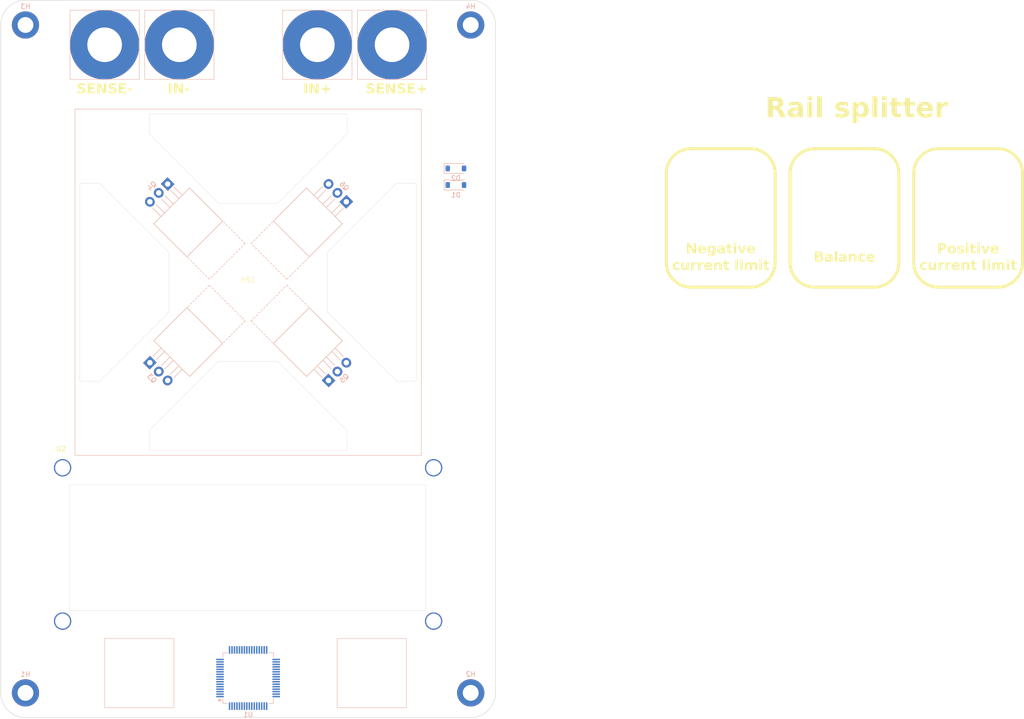
<source format=kicad_pcb>
(kicad_pcb (version 20241229) (generator "pcbnew") (generator_version "9.0")
  (layers (0 "F.Cu" signal) (2 "B.Cu" signal) (13 "F.Paste" user) (15 "B.Paste" user) (5 "F.SilkS" user "F.Silkscreen") (7 "B.SilkS" user "B.Silkscreen") (1 "F.Mask" user) (3 "B.Mask" user) (25 "Edge.Cuts" user))
  (net 0 "")
  (net 1 "Net-(D1-A)")
  (net 2 "Net-(D1-K)")
  (net 3 "Net-(D2-K)")
  (net 9 "Net-(U1-VSS-Pad18)")
  (footprint "PID_lib:WC1602A - below" (layer "F.Cu") (at 68 144.5)
    (property "Reference" "U2" (at -5.82 -3.81 0) (layer "F.SilkS"))
    (property "Value" "~")
    (fp_rect (start -4.1 3.4) (end 67.9 28.9) (stroke (width 0.05)) (fill no) (layer "Edge.Cuts"))
    (pad "" thru_hole circle (at -5.4991 0) (size 3.5 3.5) (drill 3) (layers "*.Cu" "*.Mask"))
    (pad "" thru_hole circle (at -5.4991 31.0007) (size 3.5 3.5) (drill 3) (layers "*.Cu" "*.Mask"))
    (pad "" thru_hole circle (at 69.49948 31.0007) (size 3.5 3.5) (drill 3) (layers "*.Cu" "*.Mask"))
    (pad "" thru_hole circle (at 69.5 0) (size 3.5 3.5) (drill 3) (layers "*.Cu" "*.Mask"))
  )
  (footprint "DC_load:4mm_terminal_red" (layer "F.Cu") (at 114 59 -90)
    (property "Reference" "J3" (at 0 -0.5 270) (layer "F.SilkS") (effects (font (thickness 0.1))))
    (property "Value" "4 mm terminal")
    (fp_rect (start -7 -7) (end 7 7) (stroke (width 0.1)) (fill no) (layer "B.SilkS"))
    (pad "" np_thru_hole circle (at 0 0 270) (size 14 14) (drill 7) (layers "*.Cu" "*.Mask"))
  )
  (footprint "DC_load:4mm_terminal_black" (layer "F.Cu") (at 86.1 59 -90)
    (property "Reference" "J4" (at 0 -0.5 270) (layer "F.SilkS") (effects (font (thickness 0.1))))
    (property "Value" "4 mm terminal")
    (fp_rect (start -7 -7) (end 7 7) (stroke (width 0.1)) (fill no) (layer "B.SilkS"))
    (pad "" np_thru_hole circle (at 0 0 270) (size 14 14) (drill 7) (layers "*.Cu" "*.Mask"))
  )
  (footprint "DC_load:4mm_terminal_red" (layer "F.Cu") (at 129.1 59 -90)
    (property "Reference" "J2" (at 0 -0.5 270) (layer "F.SilkS") (effects (font (thickness 0.1))))
    (property "Value" "4 mm terminal")
    (fp_rect (start -7 -7) (end 7 7) (stroke (width 0.1)) (fill no) (layer "B.SilkS"))
    (pad "" np_thru_hole circle (at 0 0 270) (size 14 14) (drill 7) (layers "*.Cu" "*.Mask"))
  )
  (footprint "DC_load:rotary_encoder_bottom_solder" (layer "F.Cu") (at 78 186)
    (property "Reference" "SW2" (at 0 -0.5 0) (layer "F.SilkS") (effects (font (thickness 0.1))))
    (property "Value" "RotaryEncoder_Switch")
    (fp_rect (start -7 -7) (end 7 7) (stroke (width 0.1)) (fill no) (layer "B.SilkS"))
    (pad "" np_thru_hole circle (at 0 0) (size 7 7) (drill 7) (layers "*.Cu" "*.Mask"))
  )
  (footprint "DC_load:rotary_encoder_bottom_solder" (layer "F.Cu") (at 125 186)
    (property "Reference" "SW1" (at 0 -0.5 0) (layer "F.SilkS") (effects (font (thickness 0.1))))
    (property "Value" "RotaryEncoder_Switch")
    (fp_rect (start -7 -7) (end 7 7) (stroke (width 0.1)) (fill no) (layer "B.SilkS"))
    (pad "" np_thru_hole circle (at 0 0) (size 7 7) (drill 7) (layers "*.Cu" "*.Mask"))
  )
  (footprint "DC_load:AMD_heatsink" (layer "F.Cu") (at 100 107)
    (property "Reference" "HS1" (at 0 -0.5 0) (layer "F.SilkS") (effects (font (thickness 0.1))))
    (property "Value" "Heatsink")
    (fp_rect (start -35 -35) (end 35 35) (stroke (width 0.1)) (fill no) (layer "B.SilkS"))
    (fp_poly (pts (xy -34 20) (xy -34 -20) (xy -30 -20) (xy -16 -6) (xy -16 6) (xy -30 20)) (stroke (width 0.05)) (fill no) (layer "Edge.Cuts"))
    (fp_poly (pts (xy -20 -34) (xy 20 -34) (xy 20 -30) (xy 6 -16) (xy -6 -16) (xy -20 -30)) (stroke (width 0.05)) (fill no) (layer "Edge.Cuts"))
    (fp_poly (pts (xy 20 34) (xy -20 34) (xy -20 30) (xy -6 16) (xy 6 16) (xy 20 30)) (stroke (width 0.05)) (fill no) (layer "Edge.Cuts"))
    (fp_poly (pts (xy 34 -20) (xy 34 20) (xy 30 20) (xy 16 6) (xy 16 -6) (xy 30 -20)) (stroke (width 0.05)) (fill no) (layer "Edge.Cuts"))
    (pad "" np_thru_hole circle (at -30 -30) (size 4 4) (drill 4) (layers "*.Cu" "*.Mask"))
    (pad "" np_thru_hole circle (at -30 30) (size 4 4) (drill 4) (layers "*.Cu" "*.Mask"))
    (pad "" np_thru_hole circle (at 30 -30) (size 4 4) (drill 4) (layers "*.Cu" "*.Mask"))
    (pad "" np_thru_hole circle (at 30 30) (size 4 4) (drill 4) (layers "*.Cu" "*.Mask"))
  )
  (footprint "DC_load:4mm_terminal_black" (layer "F.Cu") (at 71 59 -90)
    (property "Reference" "J5" (at 0 -0.5 270) (layer "F.SilkS") (effects (font (thickness 0.1))))
    (property "Value" "4 mm terminal")
    (fp_rect (start -7 -7) (end 7 7) (stroke (width 0.1)) (fill no) (layer "B.SilkS"))
    (pad "" np_thru_hole circle (at 0 0 270) (size 14 14) (drill 7) (layers "*.Cu" "*.Mask"))
  )
  (footprint "Diode_SMD:D_SOD-123" (layer "B.Cu") (at 142 87.35)
    (property "Reference" "D1" (at 0 2 180) (layer "B.SilkS") (effects (justify mirror)))
    (property "Value" "1N4148W")
    (fp_line (start -2.36 -1) (end 1.65 -1) (stroke (width 0.12)) (layer "B.SilkS"))
    (fp_line (start -2.36 1) (end -2.36 -1) (stroke (width 0.12)) (layer "B.SilkS"))
    (fp_line (start -2.36 1) (end 1.65 1) (stroke (width 0.12)) (layer "B.SilkS"))
    (pad "1" smd roundrect (at -1.65 0) (size 0.9 1.2) (layers "B.Cu" "B.Mask" "B.Paste") (net 2 "Net-(D1-K)"))
    (pad "2" smd roundrect (at 1.65 0) (size 0.9 1.2) (layers "B.Cu" "B.Mask" "B.Paste") (net 1 "Net-(D1-A)"))
  )
  (footprint "Diode_SMD:D_SOD-123" (layer "B.Cu") (at 142 84)
    (property "Reference" "D2" (at 0 2 180) (layer "B.SilkS") (effects (justify mirror)))
    (property "Value" "1N4148W")
    (fp_line (start -2.36 -1) (end 1.65 -1) (stroke (width 0.12)) (layer "B.SilkS"))
    (fp_line (start -2.36 1) (end -2.36 -1) (stroke (width 0.12)) (layer "B.SilkS"))
    (fp_line (start -2.36 1) (end 1.65 1) (stroke (width 0.12)) (layer "B.SilkS"))
    (pad "1" smd roundrect (at -1.65 0) (size 0.9 1.2) (layers "B.Cu" "B.Mask" "B.Paste") (net 3 "Net-(D2-K)"))
    (pad "2" smd roundrect (at 1.65 0) (size 0.9 1.2) (layers "B.Cu" "B.Mask" "B.Paste") (net 2 "Net-(D1-K)"))
  )
  (footprint "Package_TO_SOT_THT:TO-220-3_Horizontal_TabUp" (layer "B.Cu") (at 83.739126 87.147024 -135)
    (property "Reference" "Q4" (at 2.54 1.95 45) (layer "B.SilkS") (effects (justify mirror)))
    (property "Value" "IRF3205")
    (fp_line (start 7.65 -3.7) (end 7.65 -13.17) (stroke (width 0.12)) (layer "B.SilkS"))
    (fp_line (start 5.565 -3.7) (end 5.565 -1.26) (stroke (width 0.12)) (layer "B.SilkS"))
    (fp_line (start 4.595 -3.7) (end 4.595 -1.26) (stroke (width 0.12)) (layer "B.SilkS"))
    (fp_line (start 3.025 -3.7) (end 3.025 -1.260001) (stroke (width 0.12)) (layer "B.SilkS"))
    (fp_line (start 2.055 -3.700001) (end 2.055 -1.26) (stroke (width 0.12)) (layer "B.SilkS"))
    (fp_line (start 0.485 -3.7) (end 0.485 -1.26) (stroke (width 0.12)) (layer "B.SilkS"))
    (fp_line (start -0.485 -3.7) (end -0.485 -1.26) (stroke (width 0.12)) (layer "B.SilkS"))
    (fp_line (start 7.65 -13.41) (end 7.649999 -13.77) (stroke (width 0.12)) (layer "B.SilkS"))
    (fp_line (start -2.57 -3.700001) (end 7.65 -3.7) (stroke (width 0.12)) (layer "B.SilkS"))
    (fp_line (start -2.57 -3.700001) (end -2.57 -13.17) (stroke (width 0.12)) (layer "B.SilkS"))
    (fp_line (start 7.65 -14.13) (end 7.65 -14.49) (stroke (width 0.12)) (layer "B.SilkS"))
    (fp_line (start 7.65 -14.85) (end 7.65 -15.21) (stroke (width 0.12)) (layer "B.SilkS"))
    (fp_line (start 7.649999 -15.57) (end 7.65 -15.93) (stroke (width 0.12)) (layer "B.SilkS"))
    (fp_line (start 7.649999 -16.29) (end 7.65 -16.65) (stroke (width 0.12)) (layer "B.SilkS"))
    (fp_line (start 7.65 -17.01) (end 7.65 -17.37) (stroke (width 0.12)) (layer "B.SilkS"))
    (fp_line (start 7.65 -17.73) (end 7.65 -18.09) (stroke (width 0.12)) (layer "B.SilkS"))
    (fp_line (start 7.65 -18.45) (end 7.649999 -18.81) (stroke (width 0.12)) (layer "B.SilkS"))
    (fp_line (start 7.65 -19.17) (end 7.649999 -19.53) (stroke (width 0.12)) (layer "B.SilkS"))
    (fp_line (start 7.51 -19.57) (end 7.65 -19.57) (stroke (width 0.12)) (layer "B.SilkS"))
    (fp_line (start 6.79 -19.57) (end 7.15 -19.57) (stroke (width 0.12)) (layer "B.SilkS"))
    (fp_line (start 6.07 -19.57) (end 6.43 -19.57) (stroke (width 0.12)) (layer "B.SilkS"))
    (fp_line (start 5.35 -19.57) (end 5.71 -19.57) (stroke (width 0.12)) (layer "B.SilkS"))
    (fp_line (start 4.63 -19.57) (end 4.99 -19.57) (stroke (width 0.12)) (layer "B.SilkS"))
    (fp_line (start 3.91 -19.57) (end 4.27 -19.57) (stroke (width 0.12)) (layer "B.SilkS"))
    (fp_line (start -2.57 -13.17) (end 7.65 -13.17) (stroke (width 0.12)) (layer "B.SilkS"))
    (fp_line (start -2.569999 -13.41) (end -2.57 -13.77) (stroke (width 0.12)) (layer "B.SilkS"))
    (fp_line (start 3.19 -19.57) (end 3.55 -19.57) (stroke (width 0.12)) (layer "B.SilkS"))
    (fp_line (start -2.57 -14.13) (end -2.57 -14.49) (stroke (width 0.12)) (layer "B.SilkS"))
    (fp_line (start 2.47 -19.57) (end 2.83 -19.57) (stroke (width 0.12)) (layer "B.SilkS"))
    (fp_line (start -2.57 -14.85) (end -2.57 -15.210001) (stroke (width 0.12)) (layer "B.SilkS"))
    (fp_line (start 1.75 -19.57) (end 2.11 -19.57) (stroke (width 0.12)) (layer "B.SilkS"))
    (fp_line (start -2.57 -15.57) (end -2.569999 -15.93) (stroke (width 0.12)) (layer "B.SilkS"))
    (fp_line (start 1.03 -19.57) (end 1.39 -19.57) (stroke (width 0.12)) (layer "B.SilkS"))
    (fp_line (start -2.57 -16.29) (end -2.57 -16.649999) (stroke (width 0.12)) (layer "B.SilkS"))
    (fp_line (start 0.31 -19.57) (end 0.67 -19.57) (stroke (width 0.12)) (layer "B.SilkS"))
    (fp_line (start -2.57 -17.01) (end -2.57 -17.37) (stroke (width 0.12)) (layer "B.SilkS"))
    (fp_line (start -0.41 -19.57) (end -0.05 -19.57) (stroke (width 0.12)) (layer "B.SilkS"))
    (fp_line (start -2.57 -17.73) (end -2.57 -18.09) (stroke (width 0.12)) (layer "B.SilkS"))
    (fp_line (start -1.13 -19.57) (end -0.77 -19.57) (stroke (width 0.12)) (layer "B.SilkS"))
    (fp_line (start -2.57 -18.450001) (end -2.57 -18.81) (stroke (width 0.12)) (layer "B.SilkS"))
    (fp_line (start -1.85 -19.57) (end -1.49 -19.57) (stroke (width 0.12)) (layer "B.SilkS"))
    (fp_line (start -2.569999 -19.17) (end -2.57 -19.53) (stroke (width 0.12)) (layer "B.SilkS"))
    (fp_line (start -2.57 -19.57) (end -2.21 -19.57) (stroke (width 0.12)) (layer "B.SilkS"))
    (pad "" np_thru_hole circle (at 2.54 -16.66 225) (size 3.5 3.5) (drill 3.5) (layers "*.Cu" "*.Mask"))
    (pad "1" thru_hole rect (at 0 0 225) (size 1.905 2) (drill 1.1) (layers "*.Cu" "*.Mask"))
    (pad "2" thru_hole oval (at 2.54 0 225) (size 1.905 2) (drill 1.1) (layers "*.Cu" "*.Mask"))
    (pad "3" thru_hole oval (at 5.079999 0 225) (size 1.905 2) (drill 1.1) (layers "*.Cu" "*.Mask"))
  )
  (footprint "Package_TO_SOT_THT:TO-220-3_Horizontal_TabUp" (layer "B.Cu") (at 119.852977 90.739126 135)
    (property "Reference" "Q6" (at 2.54 1.95 135) (layer "B.SilkS") (effects (justify mirror)))
    (property "Value" "IRF3205")
    (fp_line (start 7.51 -19.57) (end 7.65 -19.57) (stroke (width 0.12)) (layer "B.SilkS"))
    (fp_line (start 7.65 -19.17) (end 7.649999 -19.53) (stroke (width 0.12)) (layer "B.SilkS"))
    (fp_line (start 6.79 -19.57) (end 7.15 -19.57) (stroke (width 0.12)) (layer "B.SilkS"))
    (fp_line (start 7.65 -18.45) (end 7.649999 -18.81) (stroke (width 0.12)) (layer "B.SilkS"))
    (fp_line (start 6.07 -19.57) (end 6.43 -19.57) (stroke (width 0.12)) (layer "B.SilkS"))
    (fp_line (start 7.65 -17.73) (end 7.65 -18.09) (stroke (width 0.12)) (layer "B.SilkS"))
    (fp_line (start 5.35 -19.57) (end 5.71 -19.57) (stroke (width 0.12)) (layer "B.SilkS"))
    (fp_line (start 7.65 -17.01) (end 7.65 -17.37) (stroke (width 0.12)) (layer "B.SilkS"))
    (fp_line (start 4.63 -19.57) (end 4.99 -19.57) (stroke (width 0.12)) (layer "B.SilkS"))
    (fp_line (start 7.649999 -16.29) (end 7.65 -16.65) (stroke (width 0.12)) (layer "B.SilkS"))
    (fp_line (start 3.91 -19.57) (end 4.27 -19.57) (stroke (width 0.12)) (layer "B.SilkS"))
    (fp_line (start 7.649999 -15.57) (end 7.65 -15.93) (stroke (width 0.12)) (layer "B.SilkS"))
    (fp_line (start 3.19 -19.57) (end 3.55 -19.57) (stroke (width 0.12)) (layer "B.SilkS"))
    (fp_line (start 7.65 -14.85) (end 7.65 -15.21) (stroke (width 0.12)) (layer "B.SilkS"))
    (fp_line (start 2.47 -19.57) (end 2.83 -19.57) (stroke (width 0.12)) (layer "B.SilkS"))
    (fp_line (start 7.65 -14.13) (end 7.65 -14.49) (stroke (width 0.12)) (layer "B.SilkS"))
    (fp_line (start 1.75 -19.57) (end 2.11 -19.57) (stroke (width 0.12)) (layer "B.SilkS"))
    (fp_line (start 7.65 -13.41) (end 7.649999 -13.77) (stroke (width 0.12)) (layer "B.SilkS"))
    (fp_line (start 1.03 -19.57) (end 1.39 -19.57) (stroke (width 0.12)) (layer "B.SilkS"))
    (fp_line (start 0.31 -19.57) (end 0.67 -19.57) (stroke (width 0.12)) (layer "B.SilkS"))
    (fp_line (start -0.41 -19.57) (end -0.05 -19.57) (stroke (width 0.12)) (layer "B.SilkS"))
    (fp_line (start -1.13 -19.57) (end -0.77 -19.57) (stroke (width 0.12)) (layer "B.SilkS"))
    (fp_line (start -1.85 -19.57) (end -1.49 -19.57) (stroke (width 0.12)) (layer "B.SilkS"))
    (fp_line (start -2.57 -19.57) (end -2.21 -19.57) (stroke (width 0.12)) (layer "B.SilkS"))
    (fp_line (start -2.569999 -19.17) (end -2.57 -19.53) (stroke (width 0.12)) (layer "B.SilkS"))
    (fp_line (start -2.57 -18.450001) (end -2.57 -18.81) (stroke (width 0.12)) (layer "B.SilkS"))
    (fp_line (start -2.57 -17.73) (end -2.57 -18.09) (stroke (width 0.12)) (layer "B.SilkS"))
    (fp_line (start -2.57 -17.01) (end -2.57 -17.37) (stroke (width 0.12)) (layer "B.SilkS"))
    (fp_line (start -2.57 -16.29) (end -2.57 -16.649999) (stroke (width 0.12)) (layer "B.SilkS"))
    (fp_line (start -2.57 -15.57) (end -2.569999 -15.93) (stroke (width 0.12)) (layer "B.SilkS"))
    (fp_line (start -2.57 -14.85) (end -2.57 -15.210001) (stroke (width 0.12)) (layer "B.SilkS"))
    (fp_line (start -2.57 -14.13) (end -2.57 -14.49) (stroke (width 0.12)) (layer "B.SilkS"))
    (fp_line (start 7.65 -3.7) (end 7.65 -13.17) (stroke (width 0.12)) (layer "B.SilkS"))
    (fp_line (start -2.569999 -13.41) (end -2.57 -13.77) (stroke (width 0.12)) (layer "B.SilkS"))
    (fp_line (start -2.57 -13.17) (end 7.65 -13.17) (stroke (width 0.12)) (layer "B.SilkS"))
    (fp_line (start 5.565 -3.7) (end 5.565 -1.26) (stroke (width 0.12)) (layer "B.SilkS"))
    (fp_line (start 4.595 -3.7) (end 4.595 -1.26) (stroke (width 0.12)) (layer "B.SilkS"))
    (fp_line (start 3.025 -3.7) (end 3.025 -1.260001) (stroke (width 0.12)) (layer "B.SilkS"))
    (fp_line (start 2.055 -3.700001) (end 2.055 -1.26) (stroke (width 0.12)) (layer "B.SilkS"))
    (fp_line (start 0.485 -3.7) (end 0.485 -1.26) (stroke (width 0.12)) (layer "B.SilkS"))
    (fp_line (start -0.485 -3.7) (end -0.485 -1.26) (stroke (width 0.12)) (layer "B.SilkS"))
    (fp_line (start -2.57 -3.700001) (end 7.65 -3.7) (stroke (width 0.12)) (layer "B.SilkS"))
    (fp_line (start -2.57 -3.700001) (end -2.57 -13.17) (stroke (width 0.12)) (layer "B.SilkS"))
    (pad "" np_thru_hole circle (at 2.54 -16.66 135) (size 3.5 3.5) (drill 3.5) (layers "*.Cu" "*.Mask"))
    (pad "1" thru_hole rect (at 0 0 135) (size 1.905 2) (drill 1.1) (layers "*.Cu" "*.Mask"))
    (pad "2" thru_hole oval (at 2.54 0 135) (size 1.905 2) (drill 1.1) (layers "*.Cu" "*.Mask"))
    (pad "3" thru_hole oval (at 5.079999 0 135) (size 1.905 2) (drill 1.1) (layers "*.Cu" "*.Mask"))
  )
  (footprint "DC_load:M3_hole_with_spacer" (layer "B.Cu") (at 145 55 180)
    (property "Reference" "H4" (at 0 3.75 0) (layer "B.SilkS") (effects (justify mirror)))
    (property "Value" "MountingHole")
    (pad "1" thru_hole circle (at 0 0 180) (size 3.6 3.6) (drill 3.2) (layers "*.Cu" "*.Mask"))
    (pad "1" connect circle (at 0 0 180) (size 5.5 5.5) (layers "F.Cu" "F.Mask"))
    (pad "1" connect circle (at 0 0 180) (size 5.5 5.5) (layers "B.Cu" "B.Mask"))
  )
  (footprint "DC_load:M3_hole_with_spacer" (layer "B.Cu") (at 145 190 180)
    (property "Reference" "H2" (at 0 3.75 0) (layer "B.SilkS") (effects (justify mirror)))
    (property "Value" "MountingHole")
    (pad "1" thru_hole circle (at 0 0 180) (size 3.6 3.6) (drill 3.2) (layers "*.Cu" "*.Mask"))
    (pad "1" connect circle (at 0 0 180) (size 5.5 5.5) (layers "F.Cu" "F.Mask"))
    (pad "1" connect circle (at 0 0 180) (size 5.5 5.5) (layers "B.Cu" "B.Mask"))
  )
  (footprint "Package_TO_SOT_THT:TO-220-3_Horizontal_TabUp" (layer "B.Cu") (at 116.260875 126.852977 45)
    (property "Reference" "Q5" (at 2.54 1.95 45) (layer "B.SilkS") (effects (justify mirror)))
    (property "Value" "IRF3205")
    (fp_line (start -2.57 -19.57) (end -2.21 -19.57) (stroke (width 0.12)) (layer "B.SilkS"))
    (fp_line (start -2.569999 -19.17) (end -2.57 -19.53) (stroke (width 0.12)) (layer "B.SilkS"))
    (fp_line (start -1.85 -19.57) (end -1.49 -19.57) (stroke (width 0.12)) (layer "B.SilkS"))
    (fp_line (start -2.57 -18.450001) (end -2.57 -18.81) (stroke (width 0.12)) (layer "B.SilkS"))
    (fp_line (start -1.13 -19.57) (end -0.77 -19.57) (stroke (width 0.12)) (layer "B.SilkS"))
    (fp_line (start -2.57 -17.73) (end -2.57 -18.09) (stroke (width 0.12)) (layer "B.SilkS"))
    (fp_line (start -0.41 -19.57) (end -0.05 -19.57) (stroke (width 0.12)) (layer "B.SilkS"))
    (fp_line (start -2.57 -17.01) (end -2.57 -17.37) (stroke (width 0.12)) (layer "B.SilkS"))
    (fp_line (start 0.31 -19.57) (end 0.67 -19.57) (stroke (width 0.12)) (layer "B.SilkS"))
    (fp_line (start -2.57 -16.29) (end -2.57 -16.649999) (stroke (width 0.12)) (layer "B.SilkS"))
    (fp_line (start 1.03 -19.57) (end 1.39 -19.57) (stroke (width 0.12)) (layer "B.SilkS"))
    (fp_line (start -2.57 -15.57) (end -2.569999 -15.93) (stroke (width 0.12)) (layer "B.SilkS"))
    (fp_line (start 1.75 -19.57) (end 2.11 -19.57) (stroke (width 0.12)) (layer "B.SilkS"))
    (fp_line (start -2.57 -14.85) (end -2.57 -15.210001) (stroke (width 0.12)) (layer "B.SilkS"))
    (fp_line (start 2.47 -19.57) (end 2.83 -19.57) (stroke (width 0.12)) (layer "B.SilkS"))
    (fp_line (start -2.57 -14.13) (end -2.57 -14.49) (stroke (width 0.12)) (layer "B.SilkS"))
    (fp_line (start 3.19 -19.57) (end 3.55 -19.57) (stroke (width 0.12)) (layer "B.SilkS"))
    (fp_line (start -2.569999 -13.41) (end -2.57 -13.77) (stroke (width 0.12)) (layer "B.SilkS"))
    (fp_line (start -2.57 -13.17) (end 7.65 -13.17) (stroke (width 0.12)) (layer "B.SilkS"))
    (fp_line (start 3.91 -19.57) (end 4.27 -19.57) (stroke (width 0.12)) (layer "B.SilkS"))
    (fp_line (start 4.63 -19.57) (end 4.99 -19.57) (stroke (width 0.12)) (layer "B.SilkS"))
    (fp_line (start 5.35 -19.57) (end 5.71 -19.57) (stroke (width 0.12)) (layer "B.SilkS"))
    (fp_line (start 6.07 -19.57) (end 6.43 -19.57) (stroke (width 0.12)) (layer "B.SilkS"))
    (fp_line (start 6.79 -19.57) (end 7.15 -19.57) (stroke (width 0.12)) (layer "B.SilkS"))
    (fp_line (start 7.51 -19.57) (end 7.65 -19.57) (stroke (width 0.12)) (layer "B.SilkS"))
    (fp_line (start 7.65 -19.17) (end 7.649999 -19.53) (stroke (width 0.12)) (layer "B.SilkS"))
    (fp_line (start 7.65 -18.45) (end 7.649999 -18.81) (stroke (width 0.12)) (layer "B.SilkS"))
    (fp_line (start 7.65 -17.73) (end 7.65 -18.09) (stroke (width 0.12)) (layer "B.SilkS"))
    (fp_line (start 7.65 -17.01) (end 7.65 -17.37) (stroke (width 0.12)) (layer "B.SilkS"))
    (fp_line (start 7.649999 -16.29) (end 7.65 -16.65) (stroke (width 0.12)) (layer "B.SilkS"))
    (fp_line (start 7.649999 -15.57) (end 7.65 -15.93) (stroke (width 0.12)) (layer "B.SilkS"))
    (fp_line (start 7.65 -14.85) (end 7.65 -15.21) (stroke (width 0.12)) (layer "B.SilkS"))
    (fp_line (start 7.65 -14.13) (end 7.65 -14.49) (stroke (width 0.12)) (layer "B.SilkS"))
    (fp_line (start -2.57 -3.700001) (end -2.57 -13.17) (stroke (width 0.12)) (layer "B.SilkS"))
    (fp_line (start -2.57 -3.700001) (end 7.65 -3.7) (stroke (width 0.12)) (layer "B.SilkS"))
    (fp_line (start 7.65 -13.41) (end 7.649999 -13.77) (stroke (width 0.12)) (layer "B.SilkS"))
    (fp_line (start -0.485 -3.7) (end -0.485 -1.26) (stroke (width 0.12)) (layer "B.SilkS"))
    (fp_line (start 0.485 -3.7) (end 0.485 -1.26) (stroke (width 0.12)) (layer "B.SilkS"))
    (fp_line (start 2.055 -3.700001) (end 2.055 -1.26) (stroke (width 0.12)) (layer "B.SilkS"))
    (fp_line (start 3.025 -3.7) (end 3.025 -1.260001) (stroke (width 0.12)) (layer "B.SilkS"))
    (fp_line (start 4.595 -3.7) (end 4.595 -1.26) (stroke (width 0.12)) (layer "B.SilkS"))
    (fp_line (start 5.565 -3.7) (end 5.565 -1.26) (stroke (width 0.12)) (layer "B.SilkS"))
    (fp_line (start 7.65 -3.7) (end 7.65 -13.17) (stroke (width 0.12)) (layer "B.SilkS"))
    (pad "" np_thru_hole circle (at 2.54 -16.66 45) (size 3.5 3.5) (drill 3.5) (layers "*.Cu" "*.Mask"))
    (pad "1" thru_hole rect (at 0 0 45) (size 1.905 2) (drill 1.1) (layers "*.Cu" "*.Mask"))
    (pad "2" thru_hole oval (at 2.54 0 45) (size 1.905 2) (drill 1.1) (layers "*.Cu" "*.Mask"))
    (pad "3" thru_hole oval (at 5.079999 0 45) (size 1.905 2) (drill 1.1) (layers "*.Cu" "*.Mask"))
  )
  (footprint "DC_load:M3_hole_with_spacer" (layer "B.Cu") (at 55 190 180)
    (property "Reference" "H1" (at 0 3.75 0) (layer "B.SilkS") (effects (justify mirror)))
    (property "Value" "MountingHole")
    (pad "1" thru_hole circle (at 0 0 180) (size 3.6 3.6) (drill 3.2) (layers "*.Cu" "*.Mask"))
    (pad "1" connect circle (at 0 0 180) (size 5.5 5.5) (layers "F.Cu" "F.Mask"))
    (pad "1" connect circle (at 0 0 180) (size 5.5 5.5) (layers "B.Cu" "B.Mask"))
  )
  (footprint "DC_load:M3_hole_with_spacer" (layer "B.Cu") (at 55 55 180)
    (property "Reference" "H3" (at 0 3.75 0) (layer "B.SilkS") (effects (justify mirror)))
    (property "Value" "MountingHole")
    (pad "1" thru_hole circle (at 0 0 180) (size 3.6 3.6) (drill 3.2) (layers "*.Cu" "*.Mask"))
    (pad "1" connect circle (at 0 0 180) (size 5.5 5.5) (layers "F.Cu" "F.Mask"))
    (pad "1" connect circle (at 0 0 180) (size 5.5 5.5) (layers "B.Cu" "B.Mask"))
  )
  (footprint "Package_TO_SOT_THT:TO-220-3_Horizontal_TabUp" (layer "B.Cu") (at 80.147023 123.260874 -45)
    (property "Reference" "Q3" (at 2.54 1.95 135) (layer "B.SilkS") (effects (justify mirror)))
    (property "Value" "IRF3205")
    (fp_line (start -2.57 -3.700001) (end -2.57 -13.17) (stroke (width 0.12)) (layer "B.SilkS"))
    (fp_line (start -2.57 -3.700001) (end 7.65 -3.7) (stroke (width 0.12)) (layer "B.SilkS"))
    (fp_line (start -0.485 -3.7) (end -0.485 -1.26) (stroke (width 0.12)) (layer "B.SilkS"))
    (fp_line (start 0.485 -3.7) (end 0.485 -1.26) (stroke (width 0.12)) (layer "B.SilkS"))
    (fp_line (start 2.055 -3.700001) (end 2.055 -1.26) (stroke (width 0.12)) (layer "B.SilkS"))
    (fp_line (start 3.025 -3.7) (end 3.025 -1.260001) (stroke (width 0.12)) (layer "B.SilkS"))
    (fp_line (start 4.595 -3.7) (end 4.595 -1.26) (stroke (width 0.12)) (layer "B.SilkS"))
    (fp_line (start 5.565 -3.7) (end 5.565 -1.26) (stroke (width 0.12)) (layer "B.SilkS"))
    (fp_line (start -2.57 -13.17) (end 7.65 -13.17) (stroke (width 0.12)) (layer "B.SilkS"))
    (fp_line (start -2.569999 -13.41) (end -2.57 -13.77) (stroke (width 0.12)) (layer "B.SilkS"))
    (fp_line (start 7.65 -3.7) (end 7.65 -13.17) (stroke (width 0.12)) (layer "B.SilkS"))
    (fp_line (start -2.57 -14.13) (end -2.57 -14.49) (stroke (width 0.12)) (layer "B.SilkS"))
    (fp_line (start -2.57 -14.85) (end -2.57 -15.210001) (stroke (width 0.12)) (layer "B.SilkS"))
    (fp_line (start -2.57 -15.57) (end -2.569999 -15.93) (stroke (width 0.12)) (layer "B.SilkS"))
    (fp_line (start -2.57 -16.29) (end -2.57 -16.649999) (stroke (width 0.12)) (layer "B.SilkS"))
    (fp_line (start -2.57 -17.01) (end -2.57 -17.37) (stroke (width 0.12)) (layer "B.SilkS"))
    (fp_line (start -2.57 -17.73) (end -2.57 -18.09) (stroke (width 0.12)) (layer "B.SilkS"))
    (fp_line (start -2.57 -18.450001) (end -2.57 -18.81) (stroke (width 0.12)) (layer "B.SilkS"))
    (fp_line (start -2.569999 -19.17) (end -2.57 -19.53) (stroke (width 0.12)) (layer "B.SilkS"))
    (fp_line (start -2.57 -19.57) (end -2.21 -19.57) (stroke (width 0.12)) (layer "B.SilkS"))
    (fp_line (start -1.85 -19.57) (end -1.49 -19.57) (stroke (width 0.12)) (layer "B.SilkS"))
    (fp_line (start -1.13 -19.57) (end -0.77 -19.57) (stroke (width 0.12)) (layer "B.SilkS"))
    (fp_line (start -0.41 -19.57) (end -0.05 -19.57) (stroke (width 0.12)) (layer "B.SilkS"))
    (fp_line (start 0.31 -19.57) (end 0.67 -19.57) (stroke (width 0.12)) (layer "B.SilkS"))
    (fp_line (start 1.03 -19.57) (end 1.39 -19.57) (stroke (width 0.12)) (layer "B.SilkS"))
    (fp_line (start 7.65 -13.41) (end 7.649999 -13.77) (stroke (width 0.12)) (layer "B.SilkS"))
    (fp_line (start 1.75 -19.57) (end 2.11 -19.57) (stroke (width 0.12)) (layer "B.SilkS"))
    (fp_line (start 7.65 -14.13) (end 7.65 -14.49) (stroke (width 0.12)) (layer "B.SilkS"))
    (fp_line (start 2.47 -19.57) (end 2.83 -19.57) (stroke (width 0.12)) (layer "B.SilkS"))
    (fp_line (start 7.65 -14.85) (end 7.65 -15.21) (stroke (width 0.12)) (layer "B.SilkS"))
    (fp_line (start 3.19 -19.57) (end 3.55 -19.57) (stroke (width 0.12)) (layer "B.SilkS"))
    (fp_line (start 7.649999 -15.57) (end 7.65 -15.93) (stroke (width 0.12)) (layer "B.SilkS"))
    (fp_line (start 3.91 -19.57) (end 4.27 -19.57) (stroke (width 0.12)) (layer "B.SilkS"))
    (fp_line (start 7.649999 -16.29) (end 7.65 -16.65) (stroke (width 0.12)) (layer "B.SilkS"))
    (fp_line (start 4.63 -19.57) (end 4.99 -19.57) (stroke (width 0.12)) (layer "B.SilkS"))
    (fp_line (start 7.65 -17.01) (end 7.65 -17.37) (stroke (width 0.12)) (layer "B.SilkS"))
    (fp_line (start 5.35 -19.57) (end 5.71 -19.57) (stroke (width 0.12)) (layer "B.SilkS"))
    (fp_line (start 7.65 -17.73) (end 7.65 -18.09) (stroke (width 0.12)) (layer "B.SilkS"))
    (fp_line (start 6.07 -19.57) (end 6.43 -19.57) (stroke (width 0.12)) (layer "B.SilkS"))
    (fp_line (start 7.65 -18.45) (end 7.649999 -18.81) (stroke (width 0.12)) (layer "B.SilkS"))
    (fp_line (start 6.79 -19.57) (end 7.15 -19.57) (stroke (width 0.12)) (layer "B.SilkS"))
    (fp_line (start 7.65 -19.17) (end 7.649999 -19.53) (stroke (width 0.12)) (layer "B.SilkS"))
    (fp_line (start 7.51 -19.57) (end 7.65 -19.57) (stroke (width 0.12)) (layer "B.SilkS"))
    (pad "" np_thru_hole circle (at 2.54 -16.66 315) (size 3.5 3.5) (drill 3.5) (layers "*.Cu" "*.Mask"))
    (pad "1" thru_hole rect (at 0 0 315) (size 1.905 2) (drill 1.1) (layers "*.Cu" "*.Mask"))
    (pad "2" thru_hole oval (at 2.54 0 315) (size 1.905 2) (drill 1.1) (layers "*.Cu" "*.Mask"))
    (pad "3" thru_hole oval (at 5.079999 0 315) (size 1.905 2) (drill 1.1) (layers "*.Cu" "*.Mask"))
  )
  (footprint "Package_QFP:LQFP-64_10x10mm_P0.5mm" (layer "B.Cu") (at 100 187)
    (property "Reference" "U1" (at 0 7.4 180) (layer "B.SilkS") (effects (justify mirror)))
    (property "Value" "STM32F401RCTx")
    (fp_line (start -5.11 -5.11) (end -5.11 -4.16) (stroke (width 0.12)) (layer "B.SilkS"))
    (fp_line (start -5.11 5.11) (end -5.11 4.16) (stroke (width 0.12)) (layer "B.SilkS"))
    (fp_line (start -4.16 -5.11) (end -5.11 -5.11) (stroke (width 0.12)) (layer "B.SilkS"))
    (fp_line (start -4.16 5.11) (end -5.11 5.11) (stroke (width 0.12)) (layer "B.SilkS"))
    (fp_line (start 4.16 -5.11) (end 5.11 -5.11) (stroke (width 0.12)) (layer "B.SilkS"))
    (fp_line (start 4.16 5.11) (end 5.11 5.11) (stroke (width 0.12)) (layer "B.SilkS"))
    (fp_line (start 5.11 -5.11) (end 5.11 -4.16) (stroke (width 0.12)) (layer "B.SilkS"))
    (fp_line (start 5.11 5.11) (end 5.11 4.16) (stroke (width 0.12)) (layer "B.SilkS"))
    (fp_poly (pts (xy -5.725 4.16) (xy -6.065 4.63) (xy -5.385 4.63)) (stroke (width 0.12)) (fill yes) (layer "B.SilkS"))
    (pad "1" smd roundrect (at -5.675 3.75) (size 1.55 0.3) (layers "B.Cu" "B.Mask" "B.Paste"))
    (pad "2" smd roundrect (at -5.675 3.25) (size 1.55 0.3) (layers "B.Cu" "B.Mask" "B.Paste"))
    (pad "3" smd roundrect (at -5.675 2.75) (size 1.55 0.3) (layers "B.Cu" "B.Mask" "B.Paste"))
    (pad "4" smd roundrect (at -5.675 2.25) (size 1.55 0.3) (layers "B.Cu" "B.Mask" "B.Paste"))
    (pad "5" smd roundrect (at -5.675 1.75) (size 1.55 0.3) (layers "B.Cu" "B.Mask" "B.Paste"))
    (pad "6" smd roundrect (at -5.675 1.25) (size 1.55 0.3) (layers "B.Cu" "B.Mask" "B.Paste"))
    (pad "7" smd roundrect (at -5.675 0.75) (size 1.55 0.3) (layers "B.Cu" "B.Mask" "B.Paste"))
    (pad "8" smd roundrect (at -5.675 0.25) (size 1.55 0.3) (layers "B.Cu" "B.Mask" "B.Paste"))
    (pad "9" smd roundrect (at -5.675 -0.25) (size 1.55 0.3) (layers "B.Cu" "B.Mask" "B.Paste"))
    (pad "10" smd roundrect (at -5.675 -0.75) (size 1.55 0.3) (layers "B.Cu" "B.Mask" "B.Paste"))
    (pad "11" smd roundrect (at -5.675 -1.25) (size 1.55 0.3) (layers "B.Cu" "B.Mask" "B.Paste"))
    (pad "12" smd roundrect (at -5.675 -1.75) (size 1.55 0.3) (layers "B.Cu" "B.Mask" "B.Paste"))
    (pad "13" smd roundrect (at -5.675 -2.25) (size 1.55 0.3) (layers "B.Cu" "B.Mask" "B.Paste"))
    (pad "14" smd roundrect (at -5.675 -2.75) (size 1.55 0.3) (layers "B.Cu" "B.Mask" "B.Paste"))
    (pad "15" smd roundrect (at -5.675 -3.25) (size 1.55 0.3) (layers "B.Cu" "B.Mask" "B.Paste"))
    (pad "16" smd roundrect (at -5.675 -3.75) (size 1.55 0.3) (layers "B.Cu" "B.Mask" "B.Paste"))
    (pad "17" smd roundrect (at -3.75 -5.675) (size 0.3 1.55) (layers "B.Cu" "B.Mask" "B.Paste"))
    (pad "18" smd roundrect (at -3.25 -5.675) (size 0.3 1.55) (layers "B.Cu" "B.Mask" "B.Paste") (net 9 "Net-(U1-VSS-Pad18)"))
    (pad "19" smd roundrect (at -2.75 -5.675) (size 0.3 1.55) (layers "B.Cu" "B.Mask" "B.Paste"))
    (pad "20" smd roundrect (at -2.25 -5.675) (size 0.3 1.55) (layers "B.Cu" "B.Mask" "B.Paste"))
    (pad "21" smd roundrect (at -1.75 -5.675) (size 0.3 1.55) (layers "B.Cu" "B.Mask" "B.Paste"))
    (pad "22" smd roundrect (at -1.25 -5.675) (size 0.3 1.55) (layers "B.Cu" "B.Mask" "B.Paste"))
    (pad "23" smd roundrect (at -0.75 -5.675) (size 0.3 1.55) (layers "B.Cu" "B.Mask" "B.Paste"))
    (pad "24" smd roundrect (at -0.25 -5.675) (size 0.3 1.55) (layers "B.Cu" "B.Mask" "B.Paste"))
    (pad "25" smd roundrect (at 0.25 -5.675) (size 0.3 1.55) (layers "B.Cu" "B.Mask" "B.Paste"))
    (pad "26" smd roundrect (at 0.75 -5.675) (size 0.3 1.55) (layers "B.Cu" "B.Mask" "B.Paste"))
    (pad "27" smd roundrect (at 1.25 -5.675) (size 0.3 1.55) (layers "B.Cu" "B.Mask" "B.Paste"))
    (pad "28" smd roundrect (at 1.75 -5.675) (size 0.3 1.55) (layers "B.Cu" "B.Mask" "B.Paste"))
    (pad "29" smd roundrect (at 2.25 -5.675) (size 0.3 1.55) (layers "B.Cu" "B.Mask" "B.Paste"))
    (pad "30" smd roundrect (at 2.75 -5.675) (size 0.3 1.55) (layers "B.Cu" "B.Mask" "B.Paste"))
    (pad "31" smd roundrect (at 3.25 -5.675) (size 0.3 1.55) (layers "B.Cu" "B.Mask" "B.Paste") (net 9 "Net-(U1-VSS-Pad18)"))
    (pad "32" smd roundrect (at 3.75 -5.675) (size 0.3 1.55) (layers "B.Cu" "B.Mask" "B.Paste"))
    (pad "33" smd roundrect (at 5.675 -3.75) (size 1.55 0.3) (layers "B.Cu" "B.Mask" "B.Paste"))
    (pad "34" smd roundrect (at 5.675 -3.25) (size 1.55 0.3) (layers "B.Cu" "B.Mask" "B.Paste"))
    (pad "35" smd roundrect (at 5.675 -2.75) (size 1.55 0.3) (layers "B.Cu" "B.Mask" "B.Paste"))
    (pad "36" smd roundrect (at 5.675 -2.25) (size 1.55 0.3) (layers "B.Cu" "B.Mask" "B.Paste"))
    (pad "37" smd roundrect (at 5.675 -1.75) (size 1.55 0.3) (layers "B.Cu" "B.Mask" "B.Paste"))
    (pad "38" smd roundrect (at 5.675 -1.25) (size 1.55 0.3) (layers "B.Cu" "B.Mask" "B.Paste"))
    (pad "39" smd roundrect (at 5.675 -0.75) (size 1.55 0.3) (layers "B.Cu" "B.Mask" "B.Paste"))
    (pad "40" smd roundrect (at 5.675 -0.25) (size 1.55 0.3) (layers "B.Cu" "B.Mask" "B.Paste"))
    (pad "41" smd roundrect (at 5.675 0.25) (size 1.55 0.3) (layers "B.Cu" "B.Mask" "B.Paste"))
    (pad "42" smd roundrect (at 5.675 0.75) (size 1.55 0.3) (layers "B.Cu" "B.Mask" "B.Paste"))
    (pad "43" smd roundrect (at 5.675 1.25) (size 1.55 0.3) (layers "B.Cu" "B.Mask" "B.Paste"))
    (pad "44" smd roundrect (at 5.675 1.75) (size 1.55 0.3) (layers "B.Cu" "B.Mask" "B.Paste"))
    (pad "45" smd roundrect (at 5.675 2.25) (size 1.55 0.3) (layers "B.Cu" "B.Mask" "B.Paste"))
    (pad "46" smd roundrect (at 5.675 2.75) (size 1.55 0.3) (layers "B.Cu" "B.Mask" "B.Paste"))
    (pad "47" smd roundrect (at 5.675 3.25) (size 1.55 0.3) (layers "B.Cu" "B.Mask" "B.Paste") (net 9 "Net-(U1-VSS-Pad18)"))
    (pad "48" smd roundrect (at 5.675 3.75) (size 1.55 0.3) (layers "B.Cu" "B.Mask" "B.Paste"))
    (pad "49" smd roundrect (at 3.75 5.675) (size 0.3 1.55) (layers "B.Cu" "B.Mask" "B.Paste"))
    (pad "50" smd roundrect (at 3.25 5.675) (size 0.3 1.55) (layers "B.Cu" "B.Mask" "B.Paste"))
    (pad "51" smd roundrect (at 2.75 5.675) (size 0.3 1.55) (layers "B.Cu" "B.Mask" "B.Paste"))
    (pad "52" smd roundrect (at 2.25 5.675) (size 0.3 1.55) (layers "B.Cu" "B.Mask" "B.Paste"))
    (pad "53" smd roundrect (at 1.75 5.675) (size 0.3 1.55) (layers "B.Cu" "B.Mask" "B.Paste"))
    (pad "54" smd roundrect (at 1.25 5.675) (size 0.3 1.55) (layers "B.Cu" "B.Mask" "B.Paste"))
    (pad "55" smd roundrect (at 0.75 5.675) (size 0.3 1.55) (layers "B.Cu" "B.Mask" "B.Paste"))
    (pad "56" smd roundrect (at 0.25 5.675) (size 0.3 1.55) (layers "B.Cu" "B.Mask" "B.Paste"))
    (pad "57" smd roundrect (at -0.25 5.675) (size 0.3 1.55) (layers "B.Cu" "B.Mask" "B.Paste"))
    (pad "58" smd roundrect (at -0.75 5.675) (size 0.3 1.55) (layers "B.Cu" "B.Mask" "B.Paste"))
    (pad "59" smd roundrect (at -1.25 5.675) (size 0.3 1.55) (layers "B.Cu" "B.Mask" "B.Paste"))
    (pad "60" smd roundrect (at -1.75 5.675) (size 0.3 1.55) (layers "B.Cu" "B.Mask" "B.Paste"))
    (pad "61" smd roundrect (at -2.25 5.675) (size 0.3 1.55) (layers "B.Cu" "B.Mask" "B.Paste"))
    (pad "62" smd roundrect (at -2.75 5.675) (size 0.3 1.55) (layers "B.Cu" "B.Mask" "B.Paste"))
    (pad "63" smd roundrect (at -3.25 5.675) (size 0.3 1.55) (layers "B.Cu" "B.Mask" "B.Paste") (net 9 "Net-(U1-VSS-Pad18)"))
    (pad "64" smd roundrect (at -3.75 5.675) (size 0.3 1.55) (layers "B.Cu" "B.Mask" "B.Paste"))
  )
  (gr_line (start 234.54 85) (end 234.54 103) (stroke (width 0.6)) (layer "F.SilkS"))
  (gr_arc (start 206.54 103) (mid 205.075534 106.535534) (end 201.54 108) (stroke (width 0.6)) (layer "F.SilkS"))
  (gr_arc (start 231.54 103) (mid 230.075535 106.535535) (end 226.54 108) (stroke (width 0.6)) (layer "F.SilkS"))
  (gr_arc (start 201.54 80) (mid 205.075534 81.464466) (end 206.54 85) (stroke (width 0.6)) (layer "F.SilkS"))
  (gr_arc (start 184.54 85) (mid 186.004466 81.464466) (end 189.54 80) (stroke (width 0.6)) (layer "F.SilkS"))
  (gr_line (start 239.54 108) (end 251.54 108) (stroke (width 0.6)) (layer "F.SilkS"))
  (gr_arc (start 234.54 85) (mid 236.004467 81.464467) (end 239.54 80) (stroke (width 0.6)) (layer "F.SilkS"))
  (gr_arc (start 189.54 108) (mid 186.004466 106.535534) (end 184.54 103) (stroke (width 0.6)) (layer "F.SilkS"))
  (gr_arc (start 251.54 80) (mid 255.075537 81.464465) (end 256.54 85) (stroke (width 0.6)) (layer "F.SilkS"))
  (gr_arc (start 214.54 108) (mid 211.004469 106.535533) (end 209.54 103) (stroke (width 0.6)) (layer "F.SilkS"))
  (gr_line (start 189.54 108) (end 201.54 108) (stroke (width 0.6)) (layer "F.SilkS"))
  (gr_arc (start 209.54 85) (mid 211.004467 81.464467) (end 214.54 80) (stroke (width 0.6)) (layer "F.SilkS"))
  (gr_arc (start 239.54 108) (mid 236.004469 106.535533) (end 234.54 103) (stroke (width 0.6)) (layer "F.SilkS"))
  (gr_line (start 184.54 85) (end 184.54 103) (stroke (width 0.6)) (layer "F.SilkS"))
  (gr_line (start 214.54 108) (end 226.54 108) (stroke (width 0.6)) (layer "F.SilkS"))
  (gr_arc (start 256.54 103) (mid 255.075535 106.535535) (end 251.54 108) (stroke (width 0.6)) (layer "F.SilkS"))
  (gr_line (start 206.54 85) (end 206.54 103) (stroke (width 0.6)) (layer "F.SilkS"))
  (gr_line (start 209.54 85) (end 209.54 103) (stroke (width 0.6)) (layer "F.SilkS"))
  (gr_line (start 201.54 80) (end 189.54 80) (stroke (width 0.6)) (layer "F.SilkS"))
  (gr_line (start 256.54 85) (end 256.54 103) (stroke (width 0.6)) (layer "F.SilkS"))
  (gr_line (start 251.54 80) (end 239.54 80) (stroke (width 0.6)) (layer "F.SilkS"))
  (gr_line (start 231.54 85) (end 231.54 103) (stroke (width 0.6)) (layer "F.SilkS"))
  (gr_arc (start 226.54 80) (mid 230.075537 81.464465) (end 231.54 85) (stroke (width 0.6)) (layer "F.SilkS"))
  (gr_line (start 226.54 80) (end 214.54 80) (stroke (width 0.6)) (layer "F.SilkS"))
  (gr_line (start 145 50) (end 55 50) (stroke (width 0.1)) (layer "Edge.Cuts"))
  (gr_arc (start 145 50) (mid 148.535533 51.464467) (end 150 55) (stroke (width 0.1)) (layer "Edge.Cuts"))
  (gr_line (start 55 195) (end 145 195) (stroke (width 0.1)) (layer "Edge.Cuts"))
  (gr_line (start 150 190) (end 150 55) (stroke (width 0.1)) (layer "Edge.Cuts"))
  (gr_arc (start 55 195) (mid 51.464467 193.535533) (end 50 190) (stroke (width 0.1)) (layer "Edge.Cuts"))
  (gr_line (start 50 55) (end 50 190) (stroke (width 0.1)) (layer "Edge.Cuts"))
  (gr_arc (start 150 190) (mid 148.535533 193.535533) (end 145 195) (stroke (width 0.1)) (layer "Edge.Cuts"))
  (gr_arc (start 50 55) (mid 51.464467 51.464467) (end 55 50) (stroke (width 0.1)) (layer "Edge.Cuts"))
  (gr_text "IN+" (at 114 68 0) (layer "F.SilkS") (effects (font (size 2 2) (thickness 0.2) (bold yes))))
  (gr_text "SENSE-\n" (at 71 68 0) (layer "F.SilkS") (effects (font (size 2 2) (thickness 0.2) (bold yes))))
  (gr_text "IN-" (at 86 68 0) (layer "F.SilkS") (effects (font (size 2 2) (thickness 0.2) (bold yes))))
  (gr_text "Rail splitter\n" (at 223 72 0) (layer "F.SilkS") (effects (font (size 4 4) (thickness 0.2) (bold yes))))
  (gr_text "SENSE+\n" (at 130 68 0) (layer "F.SilkS") (effects (font (size 2 2) (thickness 0.2) (bold yes))))
  (gr_text "Balance" (at 220.54 102 0) (layer "F.SilkS") (effects (font (size 2 2) (thickness 0.2) (bold yes))))
  (gr_text "Negative\ncurrent limit" (at 195.539997 101.999997 0) (layer "F.SilkS") (effects (font (size 2 2) (thickness 0.2) (bold yes))))
  (gr_text "Positive\ncurrent limit\n" (at 245.54 102 0) (layer "F.SilkS") (effects (font (size 2 2) (thickness 0.2) (bold yes))))
)
</source>
